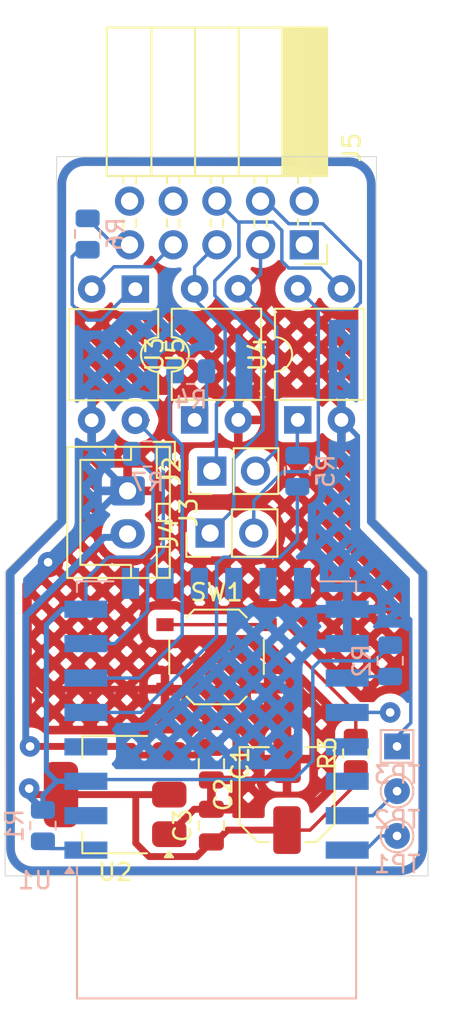
<source format=kicad_pcb>
(kicad_pcb (version 20241229) (generator "pcbnew") (generator_version "9.0")
  (layers (0 "F.Cu" signal) (2 "B.Cu" signal) (13 "F.Paste" user) (15 "B.Paste" user) (5 "F.SilkS" user "F.Silkscreen") (7 "B.SilkS" user "B.Silkscreen") (1 "F.Mask" user) (3 "B.Mask" user) (25 "Edge.Cuts" user))
  (net 0 "")
  (net 1 "VCC")
  (net 2 "GND")
  (net 3 "VDD")
  (net 4 "/TX")
  (net 5 "/RX")
  (net 6 "Net-(J4-Pin_1)")
  (net 8 "Net-(J5-Pin_7)")
  (net 10 "Net-(J4-Pin_2)")
  (net 11 "Net-(U1-~{RST})")
  (net 12 "Net-(U1-GPIO2)")
  (net 13 "/IO0")
  (net 14 "/PWR")
  (net 15 "Net-(R4-Pad2)")
  (net 16 "Net-(R5-Pad2)")
  (net 17 "/RST")
  (net 18 "Net-(R6-Pad1)")
  (net 29 "/PWR_ON")
  (net 32 "Net-(J5-Pin_9)")
  (net 33 "Net-(J2-Pin_2)")
  (net 34 "Net-(J2-Pin_1)")
  (footprint "Resistor_SMD:R_0805_2012Metric" (layer "F.Cu") (at 81.6 103.2 90)
    (property "Reference" "R3" (at 0 -1.65 90) (layer "F.SilkS"))
    (property "Value" "4.7k")
    (fp_line (start -0.227064 -0.735) (end 0.227064 -0.735) (stroke (width 0.12)) (layer "F.SilkS"))
    (fp_line (start -0.227064 0.735) (end 0.227064 0.735) (stroke (width 0.12)) (layer "F.SilkS"))
    (pad "1" smd roundrect (at -0.9125 0 90) (size 1.025 1.4) (layers "F.Cu" "F.Mask" "F.Paste") (roundrect_rratio 0.243902) (net 3 "VDD"))
    (pad "2" smd roundrect (at 0.9125 0 90) (size 1.025 1.4) (layers "F.Cu" "F.Mask" "F.Paste") (roundrect_rratio 0.243902) (net 13 "/IO0"))
  )
  (footprint "Package_TO_SOT_SMD:SOT-223-3_TabPin2" (layer "F.Cu") (at 67.6 105.6 180)
    (property "Reference" "U2" (at 0 -4.5 0) (layer "F.SilkS"))
    (property "Value" "AMS1117")
    (fp_line (start 1.91 3.41) (end 1.91 2.15) (stroke (width 0.12)) (layer "F.SilkS"))
    (fp_line (start 1.91 -3.41) (end 1.91 -2.15) (stroke (width 0.12)) (layer "F.SilkS"))
    (fp_line (start -1.85 3.41) (end 1.91 3.41) (stroke (width 0.12)) (layer "F.SilkS"))
    (fp_line (start -1.85 -3.41) (end 1.91 -3.41) (stroke (width 0.12)) (layer "F.SilkS"))
    (fp_poly (pts (xy -3.13 -3.31) (xy -3.37 -3.64) (xy -2.89 -3.64) (xy -3.13 -3.31)) (stroke (width 0.12)) (fill yes) (layer "F.SilkS"))
    (pad "1" smd roundrect (at -3.15 -2.3 180) (size 2 1.5) (layers "F.Cu" "F.Mask" "F.Paste") (net 2 "GND"))
    (pad "2" smd roundrect (at -3.15 0 180) (size 2 1.5) (layers "F.Cu" "F.Mask" "F.Paste") (net 3 "VDD"))
    (pad "2" smd roundrect (at 3.15 0 180) (size 2 3.8) (layers "F.Cu" "F.Mask" "F.Paste") (net 3 "VDD"))
    (pad "3" smd roundrect (at -3.15 2.3 180) (size 2 1.5) (layers "F.Cu" "F.Mask" "F.Paste") (net 1 "VCC"))
  )
  (footprint "Connector_JST:JST_XH_B2B-XH-A_1x02_P2.50mm_Vertical" (layer "F.Cu") (at 68.325 87.95 -90)
    (property "Reference" "J3" (at 1.25 -3.55 90) (layer "F.SilkS"))
    (property "Value" "Conn_01x02")
    (fp_line (start -2.56 3.51) (end 5.06 3.51) (stroke (width 0.12)) (layer "F.SilkS"))
    (fp_line (start 5.06 3.51) (end 5.06 -2.46) (stroke (width 0.12)) (layer "F.SilkS"))
    (fp_line (start -1.8 2.75) (end 1.25 2.75) (stroke (width 0.12)) (layer "F.SilkS"))
    (fp_line (start 4.3 2.75) (end 1.25 2.75) (stroke (width 0.12)) (layer "F.SilkS"))
    (fp_line (start -2.55 -0.2) (end -1.8 -0.2) (stroke (width 0.12)) (layer "F.SilkS"))
    (fp_line (start -1.8 -0.2) (end -1.8 2.75) (stroke (width 0.12)) (layer "F.SilkS"))
    (fp_line (start 4.3 -0.2) (end 4.3 2.75) (stroke (width 0.12)) (layer "F.SilkS"))
    (fp_line (start 5.05 -0.2) (end 4.3 -0.2) (stroke (width 0.12)) (layer "F.SilkS"))
    (fp_line (start -2.55 -1.7) (end -0.75 -1.7) (stroke (width 0.12)) (layer "F.SilkS"))
    (fp_line (start -0.75 -1.7) (end -0.75 -2.45) (stroke (width 0.12)) (layer "F.SilkS"))
    (fp_line (start 0.75 -1.7) (end 1.75 -1.7) (stroke (width 0.12)) (layer "F.SilkS"))
    (fp_line (start 1.75 -1.7) (end 1.75 -2.45) (stroke (width 0.12)) (layer "F.SilkS"))
    (fp_line (start 3.25 -1.7) (end 5.05 -1.7) (stroke (width 0.12)) (layer "F.SilkS"))
    (fp_line (start 5.05 -1.7) (end 5.05 -2.45) (stroke (width 0.12)) (layer "F.SilkS"))
    (fp_line (start -2.55 -2.45) (end -2.55 -1.7) (stroke (width 0.12)) (layer "F.SilkS"))
    (fp_line (start -0.75 -2.45) (end -2.55 -2.45) (stroke (width 0.12)) (layer "F.SilkS"))
    (fp_line (start 0.75 -2.45) (end 0.75 -1.7) (stroke (width 0.12)) (layer "F.SilkS"))
    (fp_line (start 1.75 -2.45) (end 0.75 -2.45) (stroke (width 0.12)) (layer "F.SilkS"))
    (fp_line (start 3.25 -2.45) (end 3.25 -1.7) (stroke (width 0.12)) (layer "F.SilkS"))
    (fp_line (start 5.05 -2.45) (end 3.25 -2.45) (stroke (width 0.12)) (layer "F.SilkS"))
    (fp_line (start -2.56 -2.46) (end -2.56 3.51) (stroke (width 0.12)) (layer "F.SilkS"))
    (fp_line (start 5.06 -2.46) (end -2.56 -2.46) (stroke (width 0.12)) (layer "F.SilkS"))
    (fp_line (start -2.85 -2.75) (end -2.85 -1.5) (stroke (width 0.12)) (layer "F.SilkS"))
    (fp_line (start -1.6 -2.75) (end -2.85 -2.75) (stroke (width 0.12)) (layer "F.SilkS"))
    (pad "1" thru_hole roundrect (at 0 0 270) (size 1.7 2) (drill 1) (layers "*.Cu" "*.Mask") (roundrect_rratio 0.147059) (net 2 "GND"))
    (pad "2" thru_hole oval (at 2.5 0 270) (size 1.7 2) (drill 1) (layers "*.Cu" "*.Mask") (net 1 "VCC"))
  )
  (footprint "Capacitor_SMD:C_Elec_5x5.4" (layer "F.Cu") (at 77.6 105.6 90)
    (property "Reference" "C2" (at 0 -3.7 90) (layer "F.SilkS"))
    (property "Value" "C_Polarized")
    (fp_line (start 2.76 -2.76) (end 2.76 -1.06) (stroke (width 0.12)) (layer "F.SilkS"))
    (fp_line (start -1.695563 -2.76) (end 2.76 -2.76) (stroke (width 0.12)) (layer "F.SilkS"))
    (fp_line (start -2.76 -1.695563) (end -1.695563 -2.76) (stroke (width 0.12)) (layer "F.SilkS"))
    (fp_line (start -2.76 -1.695563) (end -2.76 -1.06) (stroke (width 0.12)) (layer "F.SilkS"))
    (fp_line (start -2.76 1.695563) (end -2.76 1.06) (stroke (width 0.12)) (layer "F.SilkS"))
    (fp_line (start -2.76 1.695563) (end -1.695563 2.76) (stroke (width 0.12)) (layer "F.SilkS"))
    (fp_line (start 2.76 2.76) (end 2.76 1.06) (stroke (width 0.12)) (layer "F.SilkS"))
    (fp_line (start -1.695563 2.76) (end 2.76 2.76) (stroke (width 0.12)) (layer "F.SilkS"))
    (pad "1" smd roundrect (at -2.0625 0 90) (size 2.775 1.6) (layers "F.Cu" "F.Mask" "F.Paste") (roundrect_rratio 0.15625) (net 3 "VDD"))
    (pad "2" smd roundrect (at 2.0625 0 90) (size 2.775 1.6) (layers "F.Cu" "F.Mask" "F.Paste") (roundrect_rratio 0.15625) (net 2 "GND"))
  )
  (footprint "Connector_PinSocket_2.54mm:PinSocket_2x05_P2.54mm_Horizontal" (layer "F.Cu") (at 78.6 73.65 -90)
    (property "Reference" "J5" (at -5.65 -2.77 90) (layer "F.SilkS"))
    (property "Value" "Conn_02x05_Odd_Even")
    (fp_line (start -12.63 11.49) (end -4 11.49) (stroke (width 0.12)) (layer "F.SilkS"))
    (fp_line (start -4 10.52) (end -3.59 10.52) (stroke (width 0.12)) (layer "F.SilkS"))
    (fp_line (start -1.49 10.52) (end -1.05 10.52) (stroke (width 0.12)) (layer "F.SilkS"))
    (fp_line (start -4 9.8) (end -3.59 9.8) (stroke (width 0.12)) (layer "F.SilkS"))
    (fp_line (start -1.49 9.8) (end -1.05 9.8) (stroke (width 0.12)) (layer "F.SilkS"))
    (fp_line (start -12.63 8.89) (end -4 8.89) (stroke (width 0.12)) (layer "F.SilkS"))
    (fp_line (start -4 7.98) (end -3.59 7.98) (stroke (width 0.12)) (layer "F.SilkS"))
    (fp_line (start -1.49 7.98) (end -1.05 7.98) (stroke (width 0.12)) (layer "F.SilkS"))
    (fp_line (start -4 7.26) (end -3.59 7.26) (stroke (width 0.12)) (layer "F.SilkS"))
    (fp_line (start -1.49 7.26) (end -1.05 7.26) (stroke (width 0.12)) (layer "F.SilkS"))
    (fp_line (start -12.63 6.35) (end -4 6.35) (stroke (width 0.12)) (layer "F.SilkS"))
    (fp_line (start -4 5.44) (end -3.59 5.44) (stroke (width 0.12)) (layer "F.SilkS"))
    (fp_line (start -1.49 5.44) (end -1.05 5.44) (stroke (width 0.12)) (layer "F.SilkS"))
    (fp_line (start -4 4.72) (end -3.59 4.72) (stroke (width 0.12)) (layer "F.SilkS"))
    (fp_line (start -1.49 4.72) (end -1.05 4.72) (stroke (width 0.12)) (layer "F.SilkS"))
    (fp_line (start -12.63 3.81) (end -4 3.81) (stroke (width 0.12)) (layer "F.SilkS"))
    (fp_line (start -4 2.9) (end -3.59 2.9) (stroke (width 0.12)) (layer "F.SilkS"))
    (fp_line (start -1.49 2.9) (end -1.05 2.9) (stroke (width 0.12)) (layer "F.SilkS"))
    (fp_line (start -4 2.18) (end -3.59 2.18) (stroke (width 0.12)) (layer "F.SilkS"))
    (fp_line (start -1.49 2.18) (end -1.05 2.18) (stroke (width 0.12)) (layer "F.SilkS"))
    (fp_line (start -12.63 1.27) (end -4 1.27) (stroke (width 0.12)) (layer "F.SilkS"))
    (fp_line (start -12.63 1.1519) (end -4 1.1519) (stroke (width 0.12)) (layer "F.SilkS"))
    (fp_line (start -12.63 1.033805) (end -4 1.033805) (stroke (width 0.12)) (layer "F.SilkS"))
    (fp_line (start -12.63 0.91571) (end -4 0.91571) (stroke (width 0.12)) (layer "F.SilkS"))
    (fp_line (start -12.63 0.797615) (end -4 0.797615) (stroke (width 0.12)) (layer "F.SilkS"))
    (fp_line (start -12.63 0.67952) (end -4 0.67952) (stroke (width 0.12)) (layer "F.SilkS"))
    (fp_line (start -12.63 0.561425) (end -4 0.561425) (stroke (width 0.12)) (layer "F.SilkS"))
    (fp_line (start -12.63 0.44333) (end -4 0.44333) (stroke (width 0.12)) (layer "F.SilkS"))
    (fp_line (start -4 0.36) (end -3.59 0.36) (stroke (width 0.12)) (layer "F.SilkS"))
    (fp_line (start -1.49 0.36) (end -1.11 0.36) (stroke (width 0.12)) (layer "F.SilkS"))
    (fp_line (start -12.63 0.325235) (end -4 0.325235) (stroke (width 0.12)) (layer "F.SilkS"))
    (fp_line (start -12.63 0.20714) (end -4 0.20714) (stroke (width 0.12)) (layer "F.SilkS"))
    (fp_line (start -12.63 0.089045) (end -4 0.089045) (stroke (width 0.12)) (layer "F.SilkS"))
    (fp_line (start -12.63 -0.02905) (end -4 -0.02905) (stroke (width 0.12)) (layer "F.SilkS"))
    (fp_line (start -12.63 -0.147145) (end -4 -0.147145) (stroke (width 0.12)) (layer "F.SilkS"))
    (fp_line (start -12.63 -0.26524) (end -4 -0.26524) (stroke (width 0.12)) (layer "F.SilkS"))
    (fp_line (start -4 -0.36) (end -3.59 -0.36) (stroke (width 0.12)) (layer "F.SilkS"))
    (fp_line (start -1.49 -0.36) (end -1.11 -0.36) (stroke (width 0.12)) (layer "F.SilkS"))
    (fp_line (start -12.63 -0.383335) (end -4 -0.383335) (stroke (width 0.12)) (layer "F.SilkS"))
    (fp_line (start -12.63 -0.50143) (end -4 -0.50143) (stroke (width 0.12)) (layer "F.SilkS"))
    (fp_line (start -12.63 -0.619525) (end -4 -0.619525) (stroke (width 0.12)) (layer "F.SilkS"))
    (fp_line (start -12.63 -0.73762) (end -4 -0.73762) (stroke (width 0.12)) (layer "F.SilkS"))
    (fp_line (start -12.63 -0.855715) (end -4 -0.855715) (stroke (width 0.12)) (layer "F.SilkS"))
    (fp_line (start -12.63 -0.97381) (end -4 -0.97381) (stroke (width 0.12)) (layer "F.SilkS"))
    (fp_line (start -12.63 -1.091905) (end -4 -1.091905) (stroke (width 0.12)) (layer "F.SilkS"))
    (fp_line (start -12.63 -1.21) (end -4 -1.21) (stroke (width 0.12)) (layer "F.SilkS"))
    (fp_line (start -12.63 -1.33) (end -12.63 11.49) (stroke (width 0.12)) (layer "F.SilkS"))
    (fp_line (start -12.63 -1.33) (end -4 -1.33) (stroke (width 0.12)) (layer "F.SilkS"))
    (fp_line (start -4 -1.33) (end -4 11.49) (stroke (width 0.12)) (layer "F.SilkS"))
    (fp_line (start 0 -1.33) (end 1.11 -1.33) (stroke (width 0.12)) (layer "F.SilkS"))
    (fp_line (start 1.11 -1.33) (end 1.11 0) (stroke (width 0.12)) (layer "F.SilkS"))
    (pad "1" thru_hole rect (at 0 0 270) (size 1.7 1.7) (drill 1) (layers "*.Cu" "*.Mask"))
    (pad "2" thru_hole oval (at -2.54 0 270) (size 1.7 1.7) (drill 1) (layers "*.Cu" "*.Mask"))
    (pad "3" thru_hole oval (at 0 2.54 270) (size 1.7 1.7) (drill 1) (layers "*.Cu" "*.Mask") (net 33 "Net-(J2-Pin_2)"))
    (pad "4" thru_hole oval (at -2.54 2.54 270) (size 1.7 1.7) (drill 1) (layers "*.Cu" "*.Mask") (net 10 "Net-(J4-Pin_2)"))
    (pad "5" thru_hole oval (at 0 5.08 270) (size 1.7 1.7) (drill 1) (layers "*.Cu" "*.Mask") (net 34 "Net-(J2-Pin_1)"))
    (pad "6" thru_hole oval (at -2.54 5.08 270) (size 1.7 1.7) (drill 1) (layers "*.Cu" "*.Mask") (net 6 "Net-(J4-Pin_1)"))
    (pad "7" thru_hole oval (at 0 7.62 270) (size 1.7 1.7) (drill 1) (layers "*.Cu" "*.Mask") (net 8 "Net-(J5-Pin_7)"))
    (pad "8" thru_hole oval (at -2.54 7.62 270) (size 1.7 1.7) (drill 1) (layers "*.Cu" "*.Mask"))
    (pad "9" thru_hole oval (at 0 10.16 270) (size 1.7 1.7) (drill 1) (layers "*.Cu" "*.Mask") (net 32 "Net-(J5-Pin_9)"))
    (pad "10" thru_hole oval (at -2.54 10.16 270) (size 1.7 1.7) (drill 1) (layers "*.Cu" "*.Mask"))
  )
  (footprint "Capacitor_SMD:C_0805_2012Metric" (layer "F.Cu") (at 73.2 107.4 90)
    (property "Reference" "C3" (at 0 -1.68 90) (layer "F.SilkS"))
    (property "Value" "100n")
    (fp_line (start -0.261252 -0.735) (end 0.261252 -0.735) (stroke (width 0.12)) (layer "F.SilkS"))
    (fp_line (start -0.261252 0.735) (end 0.261252 0.735) (stroke (width 0.12)) (layer "F.SilkS"))
    (pad "1" smd roundrect (at -0.95 0 90) (size 1 1.45) (layers "F.Cu" "F.Mask" "F.Paste") (net 3 "VDD"))
    (pad "2" smd roundrect (at 0.95 0 90) (size 1 1.45) (layers "F.Cu" "F.Mask" "F.Paste") (net 2 "GND"))
  )
  (footprint "Package_DIP:DIP-4_W7.62mm" (layer "F.Cu") (at 72.225 83.825 90)
    (property "Reference" "U3" (at 3.81 -2.33 90) (layer "F.SilkS"))
    (property "Value" "PC817")
    (fp_line (start 6.46 -1.33) (end 4.81 -1.33) (stroke (width 0.12)) (layer "F.SilkS"))
    (fp_line (start 2.81 -1.33) (end 1.16 -1.33) (stroke (width 0.12)) (layer "F.SilkS"))
    (fp_line (start 1.16 -1.33) (end 1.16 3.87) (stroke (width 0.12)) (layer "F.SilkS"))
    (fp_line (start 6.46 3.87) (end 6.46 -1.33) (stroke (width 0.12)) (layer "F.SilkS"))
    (fp_line (start 1.16 3.87) (end 6.46 3.87) (stroke (width 0.12)) (layer "F.SilkS"))
    (fp_arc (start 4.81 -1.33) (mid 3.81 -0.33) (end 2.81 -1.33) (stroke (width 0.12)) (layer "F.SilkS"))
    (pad "1" thru_hole rect (at 0 0 90) (size 1.6 1.6) (drill 0.8) (layers "*.Cu" "*.Mask") (net 15 "Net-(R4-Pad2)"))
    (pad "2" thru_hole oval (at 0 2.54 90) (size 1.6 1.6) (drill 0.8) (layers "*.Cu" "*.Mask") (net 2 "GND"))
    (pad "3" thru_hole oval (at 7.62 2.54 90) (size 1.6 1.6) (drill 0.8) (layers "*.Cu" "*.Mask") (net 33 "Net-(J2-Pin_2)"))
    (pad "4" thru_hole oval (at 7.62 0 90) (size 1.6 1.6) (drill 0.8) (layers "*.Cu" "*.Mask") (net 34 "Net-(J2-Pin_1)"))
  )
  (footprint "Package_DIP:DIP-4_W7.62mm" (layer "F.Cu") (at 78.225 83.825 90)
    (property "Reference" "U4" (at 3.81 -2.33 90) (layer "F.SilkS"))
    (property "Value" "PC817")
    (fp_line (start 6.46 -1.33) (end 4.81 -1.33) (stroke (width 0.12)) (layer "F.SilkS"))
    (fp_line (start 2.81 -1.33) (end 1.16 -1.33) (stroke (width 0.12)) (layer "F.SilkS"))
    (fp_line (start 1.16 -1.33) (end 1.16 3.87) (stroke (width 0.12)) (layer "F.SilkS"))
    (fp_line (start 6.46 3.87) (end 6.46 -1.33) (stroke (width 0.12)) (layer "F.SilkS"))
    (fp_line (start 1.16 3.87) (end 6.46 3.87) (stroke (width 0.12)) (layer "F.SilkS"))
    (fp_arc (start 4.81 -1.33) (mid 3.81 -0.33) (end 2.81 -1.33) (stroke (width 0.12)) (layer "F.SilkS"))
    (pad "1" thru_hole rect (at 0 0 90) (size 1.6 1.6) (drill 0.8) (layers "*.Cu" "*.Mask") (net 16 "Net-(R5-Pad2)"))
    (pad "2" thru_hole oval (at 0 2.54 90) (size 1.6 1.6) (drill 0.8) (layers "*.Cu" "*.Mask") (net 2 "GND"))
    (pad "3" thru_hole oval (at 7.62 2.54 90) (size 1.6 1.6) (drill 0.8) (layers "*.Cu" "*.Mask") (net 6 "Net-(J4-Pin_1)"))
    (pad "4" thru_hole oval (at 7.62 0 90) (size 1.6 1.6) (drill 0.8) (layers "*.Cu" "*.Mask") (net 10 "Net-(J4-Pin_2)"))
  )
  (footprint "Connector_PinHeader_2.54mm:PinHeader_1x02_P2.54mm_Vertical" (layer "F.Cu") (at 73.125 90.4 90)
    (property "Reference" "J4" (at 0 -2.38 90) (layer "F.SilkS"))
    (property "Value" "Conn_01x02")
    (fp_line (start -1.38 -1.38) (end 0 -1.38) (stroke (width 0.12)) (layer "F.SilkS"))
    (fp_line (start -1.38 0) (end -1.38 -1.38) (stroke (width 0.12)) (layer "F.SilkS"))
    (fp_line (start 1.38 1.27) (end 1.38 3.92) (stroke (width 0.12)) (layer "F.SilkS"))
    (fp_line (start -1.38 1.27) (end 1.38 1.27) (stroke (width 0.12)) (layer "F.SilkS"))
    (fp_line (start -1.38 1.27) (end -1.38 3.92) (stroke (width 0.12)) (layer "F.SilkS"))
    (fp_line (start -1.38 3.92) (end 1.38 3.92) (stroke (width 0.12)) (layer "F.SilkS"))
    (pad "1" thru_hole rect (at 0 0 90) (size 1.7 1.7) (drill 1) (layers "*.Cu" "*.Mask") (net 6 "Net-(J4-Pin_1)"))
    (pad "2" thru_hole circle (at 0 2.54 90) (size 1.7 1.7) (drill 1) (layers "*.Cu" "*.Mask") (net 10 "Net-(J4-Pin_2)"))
  )
  (footprint "Package_DIP:DIP-4_W7.62mm" (layer "F.Cu") (at 68.775 76.225 -90)
    (property "Reference" "U5" (at 3.81 -2.33 90) (layer "F.SilkS"))
    (property "Value" "PC817")
    (fp_line (start 1.16 3.87) (end 6.46 3.87) (stroke (width 0.12)) (layer "F.SilkS"))
    (fp_line (start 6.46 3.87) (end 6.46 -1.33) (stroke (width 0.12)) (layer "F.SilkS"))
    (fp_line (start 1.16 -1.33) (end 1.16 3.87) (stroke (width 0.12)) (layer "F.SilkS"))
    (fp_line (start 2.81 -1.33) (end 1.16 -1.33) (stroke (width 0.12)) (layer "F.SilkS"))
    (fp_line (start 6.46 -1.33) (end 4.81 -1.33) (stroke (width 0.12)) (layer "F.SilkS"))
    (fp_arc (start 4.81 -1.33) (mid 3.81 -0.33) (end 2.81 -1.33) (stroke (width 0.12)) (layer "F.SilkS"))
    (pad "1" thru_hole rect (at 0 0 270) (size 1.6 1.6) (drill 0.8) (layers "*.Cu" "*.Mask") (net 18 "Net-(R6-Pad1)"))
    (pad "2" thru_hole oval (at 0 2.54 270) (size 1.6 1.6) (drill 0.8) (layers "*.Cu" "*.Mask") (net 8 "Net-(J5-Pin_7)"))
    (pad "3" thru_hole oval (at 7.62 2.54 270) (size 1.6 1.6) (drill 0.8) (layers "*.Cu" "*.Mask") (net 2 "GND"))
    (pad "4" thru_hole oval (at 7.62 0 270) (size 1.6 1.6) (drill 0.8) (layers "*.Cu" "*.Mask") (net 29 "/PWR_ON"))
  )
  (footprint "Connector_PinHeader_2.54mm:PinHeader_1x02_P2.54mm_Vertical" (layer "F.Cu") (at 73.225 86.8 90)
    (property "Reference" "J2" (at 0 -2.33 90) (layer "F.SilkS"))
    (property "Value" "Conn_01x02")
    (fp_line (start -1.33 -1.33) (end 0 -1.33) (stroke (width 0.12)) (layer "F.SilkS"))
    (fp_line (start -1.33 0) (end -1.33 -1.33) (stroke (width 0.12)) (layer "F.SilkS"))
    (fp_line (start 1.33 1.27) (end 1.33 3.87) (stroke (width 0.12)) (layer "F.SilkS"))
    (fp_line (start -1.33 1.27) (end 1.33 1.27) (stroke (width 0.12)) (layer "F.SilkS"))
    (fp_line (start -1.33 1.27) (end -1.33 3.87) (stroke (width 0.12)) (layer "F.SilkS"))
    (fp_line (start -1.33 3.87) (end 1.33 3.87) (stroke (width 0.12)) (layer "F.SilkS"))
    (pad "1" thru_hole rect (at 0 0 90) (size 1.7 1.7) (drill 1) (layers "*.Cu" "*.Mask") (net 34 "Net-(J2-Pin_1)"))
    (pad "2" thru_hole oval (at 0 2.54 90) (size 1.7 1.7) (drill 1) (layers "*.Cu" "*.Mask") (net 33 "Net-(J2-Pin_2)"))
  )
  (footprint "Capacitor_SMD:C_0805_2012Metric" (layer "F.Cu") (at 73.2 103.8 -90)
    (property "Reference" "C1" (at 0 -1.68 90) (layer "F.SilkS"))
    (property "Value" "100n")
    (fp_line (start -0.261252 0.735) (end 0.261252 0.735) (stroke (width 0.12)) (layer "F.SilkS"))
    (fp_line (start -0.261252 -0.735) (end 0.261252 -0.735) (stroke (width 0.12)) (layer "F.SilkS"))
    (pad "1" smd roundrect (at -0.95 0 270) (size 1 1.45) (layers "F.Cu" "F.Mask" "F.Paste") (net 1 "VCC"))
    (pad "2" smd roundrect (at 0.95 0 270) (size 1 1.45) (layers "F.Cu" "F.Mask" "F.Paste") (net 2 "GND"))
  )
  (footprint "Button_Switch_SMD:SW_Push_1P1T_XKB_TS-1187A" (layer "F.Cu") (at 73.5 97.6)
    (property "Reference" "SW1" (at 0 -3.75 0) (layer "F.SilkS"))
    (property "Value" "SW_Push")
    (fp_line (start -2.75 -1) (end -2.75 1) (stroke (width 0.12)) (layer "F.SilkS"))
    (fp_line (start -1.75 -2.3) (end -1.3 -2.75) (stroke (width 0.12)) (layer "F.SilkS"))
    (fp_line (start -1.75 2.3) (end -1.3 2.75) (stroke (width 0.12)) (layer "F.SilkS"))
    (fp_line (start -1.3 -2.75) (end 1.3 -2.75) (stroke (width 0.12)) (layer "F.SilkS"))
    (fp_line (start -1.3 2.75) (end 1.3 2.75) (stroke (width 0.12)) (layer "F.SilkS"))
    (fp_line (start 1.75 -2.3) (end 1.3 -2.75) (stroke (width 0.12)) (layer "F.SilkS"))
    (fp_line (start 1.75 2.3) (end 1.3 2.75) (stroke (width 0.12)) (layer "F.SilkS"))
    (fp_line (start 2.75 -1) (end 2.75 1) (stroke (width 0.12)) (layer "F.SilkS"))
    (pad "1" smd rect (at -3 -1.875) (size 1 0.75) (layers "F.Cu" "F.Mask" "F.Paste") (net 13 "/IO0"))
    (pad "1" smd rect (at 3 -1.875) (size 1 0.75) (layers "F.Cu" "F.Mask" "F.Paste") (net 13 "/IO0"))
    (pad "2" smd rect (at -3 1.875) (size 1 0.75) (layers "F.Cu" "F.Mask" "F.Paste") (net 2 "GND"))
    (pad "2" smd rect (at 3 1.875) (size 1 0.75) (layers "F.Cu" "F.Mask" "F.Paste") (net 2 "GND"))
  )
  (footprint "Resistor_SMD:R_0805_2012Metric" (layer "B.Cu") (at 83.6 97.825 -90)
    (property "Reference" "R2" (at 0 1.65 90) (layer "B.SilkS") (effects (justify mirror)))
    (property "Value" "4.7k")
    (fp_line (start 0.227064 0.735) (end -0.227064 0.735) (stroke (width 0.12)) (layer "B.SilkS"))
    (fp_line (start 0.227064 -0.735) (end -0.227064 -0.735) (stroke (width 0.12)) (layer "B.SilkS"))
    (pad "1" smd roundrect (at -0.9125 0 270) (size 1.025 1.4) (layers "B.Cu" "B.Mask" "B.Paste") (roundrect_rratio 0.243902) (net 3 "VDD"))
    (pad "2" smd roundrect (at 0.9125 0 270) (size 1.025 1.4) (layers "B.Cu" "B.Mask" "B.Paste") (roundrect_rratio 0.243902) (net 12 "Net-(U1-GPIO2)"))
  )
  (footprint "" (layer "B.Cu") (at 84 105.4 180)
    (property "Reference" "" (at 0 0 0) (layer "B.SilkS") (effects (font (size 1.27 1.27)) (justify mirror)))
    (property "Value" "")
    (pad "1" smd circle (at 0 0 180) (size 1.5 1.5) (layers "F.Cu" "F.Mask") (net 5 "/RX"))
  )
  (footprint "Resistor_SMD:R_0805_2012Metric" (layer "B.Cu") (at 69.4875 85.8)
    (property "Reference" "R7" (at 0 1.65 0) (layer "B.SilkS") (effects (justify mirror)))
    (property "Value" "10k")
    (fp_line (start 0.227064 -0.735) (end -0.227064 -0.735) (stroke (width 0.12)) (layer "B.SilkS"))
    (fp_line (start 0.227064 0.735) (end -0.227064 0.735) (stroke (width 0.12)) (layer "B.SilkS"))
    (pad "1" smd roundrect (at -0.9125 0) (size 1.025 1.4) (layers "B.Cu" "B.Mask" "B.Paste") (roundrect_rratio 0.243902) (net 3 "VDD"))
    (pad "2" smd roundrect (at 0.9125 0) (size 1.025 1.4) (layers "B.Cu" "B.Mask" "B.Paste") (roundrect_rratio 0.243902) (net 29 "/PWR_ON"))
  )
  (footprint "TestPoint:TestPoint_Pad_1.5x1.5mm" (layer "B.Cu") (at 84 102.8)
    (property "Reference" "TP3" (at 0 1.648 180) (layer "B.SilkS") (effects (justify mirror)))
    (property "Value" "TestPoint")
    (fp_line (start -0.95 -0.95) (end -0.95 0.95) (stroke (width 0.12)) (layer "B.SilkS"))
    (fp_line (start -0.95 0.95) (end 0.95 0.95) (stroke (width 0.12)) (layer "B.SilkS"))
    (fp_line (start 0.95 -0.95) (end -0.95 -0.95) (stroke (width 0.12)) (layer "B.SilkS"))
    (fp_line (start 0.95 0.95) (end 0.95 -0.95) (stroke (width 0.12)) (layer "B.SilkS"))
    (pad "1" smd rect (at 0 0) (size 1.5 1.5) (layers "B.Cu" "B.Mask") (net 2 "GND"))
  )
  (footprint "" (layer "B.Cu") (at 84 108 180)
    (property "Reference" "" (at 0 0 0) (layer "B.SilkS") (effects (font (size 1.27 1.27)) (justify mirror)))
    (property "Value" "")
    (pad "1" smd circle (at 0 0 180) (size 1.5 1.5) (layers "F.Cu" "F.Mask") (net 4 "/TX"))
  )
  (footprint "Resistor_SMD:R_0805_2012Metric" (layer "B.Cu") (at 78.2 86.8 90)
    (property "Reference" "R5" (at 0 1.65 90) (layer "B.SilkS") (effects (justify mirror)))
    (property "Value" "1k")
    (fp_line (start 0.227064 -0.735) (end -0.227064 -0.735) (stroke (width 0.12)) (layer "B.SilkS"))
    (fp_line (start 0.227064 0.735) (end -0.227064 0.735) (stroke (width 0.12)) (layer "B.SilkS"))
    (pad "1" smd roundrect (at -0.9125 0 90) (size 1.025 1.4) (layers "B.Cu" "B.Mask" "B.Paste") (roundrect_rratio 0.243902) (net 17 "/RST"))
    (pad "2" smd roundrect (at 0.9125 0 90) (size 1.025 1.4) (layers "B.Cu" "B.Mask" "B.Paste") (roundrect_rratio 0.243902) (net 16 "Net-(R5-Pad2)"))
  )
  (footprint "Resistor_SMD:R_0805_2012Metric" (layer "B.Cu") (at 66 73.025 90)
    (property "Reference" "R6" (at 0 1.65 90) (layer "B.SilkS") (effects (justify mirror)))
    (property "Value" "1k")
    (fp_line (start 0.227064 -0.735) (end -0.227064 -0.735) (stroke (width 0.12)) (layer "B.SilkS"))
    (fp_line (start 0.227064 0.735) (end -0.227064 0.735) (stroke (width 0.12)) (layer "B.SilkS"))
    (pad "1" smd roundrect (at -0.9125 0 90) (size 1.025 1.4) (layers "B.Cu" "B.Mask" "B.Paste") (roundrect_rratio 0.243902) (net 18 "Net-(R6-Pad1)"))
    (pad "2" smd roundrect (at 0.9125 0 90) (size 1.025 1.4) (layers "B.Cu" "B.Mask" "B.Paste") (roundrect_rratio 0.243902) (net 32 "Net-(J5-Pin_9)"))
  )
  (footprint "Resistor_SMD:R_0805_2012Metric" (layer "B.Cu") (at 72 81)
    (property "Reference" "R4" (at 0 1.65 0) (layer "B.SilkS") (effects (justify mirror)))
    (property "Value" "1k")
    (fp_line (start 0.227064 -0.735) (end -0.227064 -0.735) (stroke (width 0.12)) (layer "B.SilkS"))
    (fp_line (start 0.227064 0.735) (end -0.227064 0.735) (stroke (width 0.12)) (layer "B.SilkS"))
    (pad "1" smd roundrect (at -0.9125 0) (size 1.025 1.4) (layers "B.Cu" "B.Mask" "B.Paste") (roundrect_rratio 0.243902) (net 14 "/PWR"))
    (pad "2" smd roundrect (at 0.9125 0) (size 1.025 1.4) (layers "B.Cu" "B.Mask" "B.Paste") (roundrect_rratio 0.243902) (net 15 "Net-(R4-Pad2)"))
  )
  (footprint "TestPoint:TestPoint_Pad_D1.5mm" (layer "B.Cu") (at 84 105.4)
    (property "Reference" "TP2" (at 0 1.648 180) (layer "B.SilkS") (effects (justify mirror)))
    (property "Value" "TestPoint")
    (fp_circle (center 0 0) (end 0 -0.95) (stroke (width 0.12)) (fill no) (layer "B.SilkS"))
    (pad "1" smd circle (at 0 0) (size 1.5 1.5) (layers "B.Cu" "B.Mask") (net 5 "/RX"))
  )
  (footprint "Resistor_SMD:R_0805_2012Metric" (layer "B.Cu") (at 63.4 107.4 -90)
    (property "Reference" "R1" (at 0 1.65 90) (layer "B.SilkS") (effects (justify mirror)))
    (property "Value" "4.7k")
    (fp_line (start 0.227064 0.735) (end -0.227064 0.735) (stroke (width 0.12)) (layer "B.SilkS"))
    (fp_line (start 0.227064 -0.735) (end -0.227064 -0.735) (stroke (width 0.12)) (layer "B.SilkS"))
    (pad "1" smd roundrect (at -0.9125 0 270) (size 1.025 1.4) (layers "B.Cu" "B.Mask" "B.Paste") (roundrect_rratio 0.243902) (net 3 "VDD"))
    (pad "2" smd roundrect (at 0.9125 0 270) (size 1.025 1.4) (layers "B.Cu" "B.Mask" "B.Paste") (roundrect_rratio 0.243902) (net 11 "Net-(U1-~{RST})"))
  )
  (footprint "RF_Module:ESP-12E" (layer "B.Cu") (at 73.5 105.325)
    (property "Reference" "U1" (at -10.56 5.26 0) (layer "B.SilkS") (effects (justify mirror)))
    (property "Value" "ESP-12F")
    (fp_line (start -8.12 -12.12) (end -6 -12.12) (stroke (width 0.12)) (layer "B.SilkS"))
    (fp_line (start -8.12 -11.5) (end -8.12 -12.12) (stroke (width 0.12)) (layer "B.SilkS"))
    (fp_line (start -8.12 12.12) (end -8.12 4.5) (stroke (width 0.12)) (layer "B.SilkS"))
    (fp_line (start 6 -12.12) (end 8.12 -12.12) (stroke (width 0.12)) (layer "B.SilkS"))
    (fp_line (start 8.12 -12.12) (end 8.12 -11.5) (stroke (width 0.12)) (layer "B.SilkS"))
    (fp_line (start 8.12 4.5) (end 8.12 12.12) (stroke (width 0.12)) (layer "B.SilkS"))
    (fp_line (start 8.12 12.12) (end -8.12 12.12) (stroke (width 0.12)) (layer "B.SilkS"))
    (fp_poly (pts (xy -8.55 4.5) (xy -8.79 4.836) (xy -8.31 4.836) (xy -8.55 4.5)) (stroke (width 0.12)) (fill yes) (layer "B.SilkS"))
    (pad "1" smd rect (at -7.6 3.5) (size 2.5 1) (layers "B.Cu" "B.Mask" "B.Paste") (net 11 "Net-(U1-~{RST})"))
    (pad "2" smd rect (at -7.6 1.5) (size 2.5 1) (layers "B.Cu" "B.Mask" "B.Paste"))
    (pad "3" smd rect (at -7.6 -0.5) (size 2.5 1) (layers "B.Cu" "B.Mask" "B.Paste") (net 3 "VDD"))
    (pad "4" smd rect (at -7.6 -2.5) (size 2.5 1) (layers "B.Cu" "B.Mask" "B.Paste"))
    (pad "5" smd rect (at -7.6 -4.5) (size 2.5 1) (layers "B.Cu" "B.Mask" "B.Paste") (net 17 "/RST"))
    (pad "6" smd rect (at -7.6 -6.5) (size 2.5 1) (layers "B.Cu" "B.Mask" "B.Paste") (net 14 "/PWR"))
    (pad "7" smd rect (at -7.6 -8.5) (size 2.5 1) (layers "B.Cu" "B.Mask" "B.Paste") (net 29 "/PWR_ON"))
    (pad "8" smd rect (at -7.6 -10.5) (size 2.5 1) (layers "B.Cu" "B.Mask" "B.Paste") (net 3 "VDD"))
    (pad "9" smd rect (at -5 -12) (size 1 1.8) (layers "B.Cu"))
    (pad "10" smd rect (at -3 -12) (size 1 1.8) (layers "B.Cu"))
    (pad "11" smd rect (at -1 -12) (size 1 1.8) (layers "B.Cu"))
    (pad "12" smd rect (at 1 -12) (size 1 1.8) (layers "B.Cu"))
    (pad "13" smd rect (at 3 -12) (size 1 1.8) (layers "B.Cu"))
    (pad "14" smd rect (at 5 -12) (size 1 1.8) (layers "B.Cu"))
    (pad "15" smd rect (at 7.6 -10.5) (size 2.5 1) (layers "B.Cu" "B.Mask" "B.Paste") (net 2 "GND"))
    (pad "16" smd rect (at 7.6 -8.5) (size 2.5 1) (layers "B.Cu" "B.Mask" "B.Paste") (net 2 "GND"))
    (pad "17" smd rect (at 7.6 -6.5) (size 2.5 1) (layers "B.Cu" "B.Mask" "B.Paste") (net 12 "Net-(U1-GPIO2)"))
    (pad "18" smd rect (at 7.6 -4.5) (size 2.5 1) (layers "B.Cu" "B.Mask" "B.Paste") (net 13 "/IO0"))
    (pad "19" smd rect (at 7.6 -2.5) (size 2.5 1) (layers "B.Cu" "B.Mask" "B.Paste"))
    (pad "20" smd rect (at 7.6 -0.5) (size 2.5 1) (layers "B.Cu" "B.Mask" "B.Paste"))
    (pad "21" smd rect (at 7.6 1.5) (size 2.5 1) (layers "B.Cu" "B.Mask" "B.Paste") (net 5 "/RX"))
    (pad "22" smd rect (at 7.6 3.5) (size 2.5 1) (layers "B.Cu" "B.Mask" "B.Paste") (net 4 "/TX"))
    (zone (net 0) (net_name "") (layers "F.Cu" "B.Cu") (connect_pads (clearance 0)) (min_thickness 0.254)
      (keepout (tracks not_allowed) (vias not_allowed) (pads not_allowed) (copperpour not_allowed) (footprints not_allowed))
      (fill (thermal_gap 0.508) (thermal_bridge_width 0.508))
      (polygon (pts (xy 65.38 110.125) (xy 81.62 110.125) (xy 81.62 117.445) (xy 65.38 117.445)))
    )
  )
  (footprint "" (layer "B.Cu") (at 84 102.8 180)
    (property "Reference" "" (at 0 0 0) (layer "B.SilkS") (effects (font (size 1.27 1.27)) (justify mirror)))
    (property "Value" "")
    (pad "1" smd rect (at 0 0 180) (size 1.5 1.5) (layers "F.Cu" "F.Mask") (net 2 "GND"))
  )
  (footprint "TestPoint:TestPoint_Pad_D1.5mm" (layer "B.Cu") (at 84 108)
    (property "Reference" "TP1" (at 0 1.648 180) (layer "B.SilkS") (effects (justify mirror)))
    (property "Value" "TestPoint")
    (fp_circle (center 0 0) (end 0 -0.95) (stroke (width 0.12)) (fill no) (layer "B.SilkS"))
    (pad "1" smd circle (at 0 0) (size 1.5 1.5) (layers "B.Cu" "B.Mask") (net 4 "/TX"))
  )
  (gr_line (start 82.5 89.725) (end 85.5 92.725) (stroke (width 0.5)) (layer "F.Cu") (net 1))
  (gr_line (start 65.825018 68.815735) (end 81.1881 68.824998) (stroke (width 0.5)) (layer "F.Cu") (net 1))
  (gr_arc (start 85.5 108.7) (mid 85.111916 109.636916) (end 84.175 110.025) (stroke (width 0.5)) (layer "F.Cu") (net 1))
  (gr_arc (start 81.188084 68.824987) (mid 82.115749 69.20924) (end 82.5 70.136905) (stroke (width 0.5)) (layer "F.Cu") (net 1))
  (gr_line (start 82.500001 70.136916) (end 82.5 89.725) (stroke (width 0.5)) (layer "F.Cu") (net 1))
  (gr_line (start 61.5131 108.712139) (end 61.499149 92.725) (stroke (width 0.5)) (layer "F.Cu") (net 1))
  (gr_arc (start 64.500041 70.127665) (mid 64.884294 69.2) (end 65.811959 68.815749) (stroke (width 0.5)) (layer "F.Cu") (net 1))
  (gr_arc (start 62.825 110.024994) (mid 61.897335 109.640741) (end 61.513084 108.713076) (stroke (width 0.5)) (layer "F.Cu") (net 1))
  (gr_line (start 85.5 92.725) (end 85.5 108.7) (stroke (width 0.5)) (layer "F.Cu") (net 1))
  (gr_line (start 64.5 70.127665) (end 64.5 89.725) (stroke (width 0.5)) (layer "F.Cu") (net 1))
  (gr_line (start 64.5 89.725) (end 61.5 92.725) (stroke (width 0.5)) (layer "F.Cu") (net 1))
  (gr_line (start 84.175 110.025) (end 62.825 110.025) (stroke (width 0.5)) (layer "F.Cu") (net 1))
  (gr_line (start 82.5 89.725) (end 85.5 92.725) (stroke (width 0.5)) (layer "F.Cu") (net 1))
  (gr_line (start 64.5 89.725) (end 61.5 92.725) (stroke (width 0.5)) (layer "F.Cu") (net 1))
  (gr_line (start 61.513101 108.713082) (end 61.49915 92.725943) (stroke (width 0.5)) (layer "B.Cu"))
  (gr_line (start 84.175 110.025) (end 62.825 110.025) (stroke (width 0.5)) (layer "B.Cu"))
  (gr_line (start 64.5 70.127665) (end 64.5 89.725) (stroke (width 0.5)) (layer "B.Cu"))
  (gr_line (start 82.500001 70.136916) (end 82.5 89.725) (stroke (width 0.5)) (layer "B.Cu"))
  (gr_line (start 64.5 89.725) (end 61.5 92.725) (stroke (width 0.5)) (layer "B.Cu"))
  (gr_arc (start 62.825 110.025) (mid 61.897335 109.640747) (end 61.513084 108.713082) (stroke (width 0.5)) (layer "B.Cu"))
  (gr_arc (start 85.5 108.7) (mid 85.111916 109.636916) (end 84.175 110.025) (stroke (width 0.5)) (layer "B.Cu"))
  (gr_arc (start 81.188084 68.824998) (mid 82.115749 69.209251) (end 82.5 70.136916) (stroke (width 0.5)) (layer "B.Cu"))
  (gr_line (start 65.811918 68.815801) (end 81.175 68.825064) (stroke (width 0.5)) (layer "B.Cu"))
  (gr_line (start 84.175 110.025) (end 62.825 110.025) (stroke (width 0.5)) (layer "B.Cu"))
  (gr_arc (start 64.5 70.127665) (mid 64.884253 69.2) (end 65.811918 68.815749) (stroke (width 0.5)) (layer "B.Cu"))
  (gr_line (start 82.5 89.725) (end 85.5 92.725) (stroke (width 0.5)) (layer "B.Cu"))
  (gr_line (start 85.5 92.725) (end 85.5 108.7) (stroke (width 0.5)) (layer "B.Cu"))
  (gr_poly (pts (xy 64.2 68.525) (xy 64.2 89.625) (xy 61.2 92.625) (xy 61.2 110.325) (xy 85.8 110.325) (xy 85.8 92.625) (xy 82.8 89.625) (xy 82.8 68.525)) (stroke (width 0.05)) (fill no) (layer "Edge.Cuts"))
  (segment (start 62.65 102.8) (end 68.6 102.8) (width 0.4) (layer "F.Cu") (net 1))
  (segment (start 68.6 102.8) (end 69.1 103.3) (width 0.4) (layer "F.Cu") (net 1))
  (segment (start 72.75 103.3) (end 73.2 102.85) (width 0.4) (layer "F.Cu") (net 1))
  (segment (start 70.75 103.3) (end 72.75 103.3) (width 0.4) (layer "F.Cu") (net 1))
  (segment (start 69.1 103.3) (end 70.75 103.3) (width 0.4) (layer "F.Cu") (net 1))
  (via (at 62.65 102.8) (size 1.2) (drill 0.5) (layers "F.Cu" "B.Cu") (net 1))
  (segment (start 62.4 102.65) (end 62.4 95.2) (width 0.4) (layer "B.Cu") (net 1))
  (segment (start 62.65 102.8) (end 62.55 102.8) (width 0.4) (layer "B.Cu") (net 1))
  (segment (start 62.4 95.2) (end 66.95 90.65) (width 0.4) (layer "B.Cu") (net 1))
  (segment (start 62.55 102.8) (end 62.4 102.65) (width 0.4) (layer "B.Cu") (net 1))
  (segment (start 66.95 90.65) (end 68.325 90.65) (width 0.4) (layer "B.Cu") (net 1))
  (segment (start 63.475 99.475) (end 62.4 98.4) (width 0.4) (layer "F.Cu") (net 2))
  (segment (start 80.765 83.825) (end 80.765 83.09) (width 0.3) (layer "F.Cu") (net 2))
  (segment (start 75.3 82.325) (end 74.765 82.86) (width 0.3) (layer "F.Cu") (net 2))
  (segment (start 74.765 82.86) (end 74.765 83.825) (width 0.3) (layer "F.Cu") (net 2))
  (segment (start 73.2 104.75) (end 73.2 106.45) (width 0.4) (layer "F.Cu") (net 2))
  (segment (start 70.5 99.475) (end 63.475 99.475) (width 0.4) (layer "F.Cu") (net 2))
  (segment (start 73.2 104.75) (end 76.3875 104.75) (width 0.4) (layer "F.Cu") (net 2))
  (segment (start 76.5 99.475) (end 70.5 99.475) (width 0.4) (layer "F.Cu") (net 2))
  (segment (start 77.6 100.575) (end 76.5 99.475) (width 0.4) (layer "F.Cu") (net 2))
  (segment (start 80.765 83.09) (end 80 82.325) (width 0.3) (layer "F.Cu") (net 2))
  (segment (start 72.2 106.45) (end 70.75 107.9) (width 0.4) (layer "F.Cu") (net 2))
  (segment (start 66.235 83.845) (end 66.235 83.0175) (width 0.3) (layer "F.Cu") (net 2))
  (segment (start 63.701122 92.098877) (end 62.4 93.4) (width 0.4) (layer "F.Cu") (net 2))
  (segment (start 77.6 103.5375) (end 77.6 100.575) (width 0.4) (layer "F.Cu") (net 2))
  (segment (start 67.0275 82.225) (end 74.13 82.225) (width 0.3) (layer "F.Cu") (net 2))
  (segment (start 76.3875 104.75) (end 77.6 103.5375) (width 0.4) (layer "F.Cu") (net 2))
  (segment (start 80 82.325) (end 75.3 82.325) (width 0.3) (layer "F.Cu") (net 2))
  (segment (start 74.13 82.225) (end 74.765 82.86) (width 0.3) (layer "F.Cu") (net 2))
  (segment (start 66.235 83.0175) (end 67.0275 82.225) (width 0.3) (layer "F.Cu") (net 2))
  (segment (start 62.4 93.4) (end 62.4 98.4) (width 0.4) (layer "F.Cu") (net 2))
  (segment (start 73.2 106.45) (end 72.2 106.45) (width 0.4) (layer "F.Cu") (net 2))
  (segment (start 77.6 101.9) (end 77.6 103.5375) (width 0.4) (layer "F.Cu") (net 2))
  (via (at 63.701122 92.098877) (size 1.2) (drill 0.5) (layers "F.Cu" "B.Cu") (net 2))
  (via (at 84 102.8) (size 1.2) (drill 0.5) (layers "F.Cu" "B.Cu") (net 2))
  (segment (start 66.235 85.86) (end 68.325 87.95) (width 0.4) (layer "B.Cu") (net 2))
  (segment (start 81.1 91.525) (end 81.1 91.925) (width 0.3) (layer "B.Cu") (net 2))
  (segment (start 84.2 94.825) (end 81.1 94.825) (width 0.2) (layer "B.Cu") (net 2))
  (segment (start 81.7 84.76) (end 80.765 83.825) (width 0.3) (layer "B.Cu") (net 2))
  (segment (start 81.7 90.925) (end 81.7 84.76) (width 0.3) (layer "B.Cu") (net 2))
  (segment (start 81.1 94.825) (end 81.1 92.025) (width 0.3) (layer "B.Cu") (net 2))
  (segment (start 84.8 95.425) (end 84.2 94.825) (width 0.2) (layer "B.Cu") (net 2))
  (segment (start 84.2125 102.0125) (end 84.2125 102.5875) (width 0.2) (layer "B.Cu") (net 2))
  (segment (start 80.765 83.825) (end 80.765 83.19) (width 0.2) (layer "B.Cu") (net 2))
  (segment (start 66.235 83.845) (end 66.235 85.86) (width 0.4) (layer "B.Cu") (net 2))
  (segment (start 81.1 96.825) (end 81.1 94.825) (width 0.3) (layer "B.Cu") (net 2))
  (segment (start 84.45 101.775) (end 84.7 101.525) (width 0.2) (layer "B.Cu") (net 2))
  (segment (start 84 102.225) (end 84.2125 102.0125) (width 0.2) (layer "B.Cu") (net 2))
  (segment (start 84.2125 102.0125) (end 84.45 101.775) (width 0.2) (layer "B.Cu") (net 2))
  (segment (start 84.45 101.775) (end 84.8 101.425) (width 0.2) (layer "B.Cu") (net 2))
  (segment (start 63.701122 92.098877) (end 67.849999 87.95) (width 0.4) (layer "B.Cu") (net 2))
  (segment (start 67.849999 87.95) (end 68.325 87.95) (width 0.4) (layer "B.Cu") (net 2))
  (segment (start 84.2125 102.5875) (end 84 102.8) (width 0.2) (layer "B.Cu") (net 2))
  (segment (start 81.1 91.525) (end 81.7 90.925) (width 0.3) (layer "B.Cu") (net 2))
  (segment (start 81.9 96.825) (end 81.1 96.825) (width 0.2) (layer "B.Cu") (net 2))
  (segment (start 84.8 101.425) (end 84.8 95.425) (width 0.2) (layer "B.Cu") (net 2))
  (segment (start 81.1 91.925) (end 81.1 92.025) (width 0.3) (layer "B.Cu") (net 2))
  (segment (start 68.8 108.423715) (end 69.576285 109.2) (width 0.4) (layer "F.Cu") (net 3))
  (segment (start 81.6 105) (end 81.6 104.1125) (width 0.2) (layer "F.Cu") (net 3))
  (segment (start 74.1375 107.6625) (end 77.6 107.6625) (width 0.4) (layer "F.Cu") (net 3))
  (segment (start 73.45 108.35) (end 74.1375 107.6625) (width 0.4) (layer "F.Cu") (net 3))
  (segment (start 70.75 105.6) (end 68.8 105.6) (width 0.4) (layer "F.Cu") (net 3))
  (segment (start 62.65 105.25) (end 63 105.6) (width 0.4) (layer "F.Cu") (net 3))
  (segment (start 62.6 105.25) (end 62.65 105.25) (width 0.4) (layer "F.Cu") (net 3))
  (segment (start 73.2 108.35) (end 73.45 108.35) (width 0.4) (layer "F.Cu") (net 3))
  (segment (start 78.9375 107.6625) (end 81.6 105) (width 0.2) (layer "F.Cu") (net 3))
  (segment (start 63 105.6) (end 64.45 105.6) (width 0.4) (layer "F.Cu") (net 3))
  (segment (start 64.45 105.6) (end 70.75 105.6) (width 0.4) (layer "F.Cu") (net 3))
  (segment (start 68.8 105.6) (end 68.8 108.423715) (width 0.4) (layer "F.Cu") (net 3))
  (segment (start 72.35 109.2) (end 73.2 108.35) (width 0.4) (layer "F.Cu") (net 3))
  (segment (start 77.6 107.6625) (end 78.9375 107.6625) (width 0.2) (layer "F.Cu") (net 3))
  (segment (start 69.576285 109.2) (end 72.35 109.2) (width 0.4) (layer "F.Cu") (net 3))
  (via (at 62.6 105.25) (size 1.2) (drill 0.5) (layers "F.Cu" "B.Cu") (net 3))
  (segment (start 63.4 106.4875) (end 63.4 105.625) (width 0.3) (layer "B.Cu") (net 3))
  (segment (start 79.1 98.225) (end 79.1 103.625) (width 0.2) (layer "B.Cu") (net 3))
  (segment (start 79.5 97.825) (end 79.1 98.225) (width 0.2) (layer "B.Cu") (net 3))
  (segment (start 63.6 98.825) (end 63.6 104.225) (width 0.3) (layer "B.Cu") (net 3))
  (segment (start 68.8 86) (end 69.8 87) (width 0.2) (layer "B.Cu") (net 3))
  (segment (start 64.5 94.825) (end 63.6 95.725) (width 0.3) (layer "B.Cu") (net 3))
  (segment (start 65.9 93.1) (end 65.9 94.825) (width 0.2) (layer "B.Cu") (net 3))
  (segment (start 69.8 91.2) (end 69.2 91.8) (width 0.2) (layer "B.Cu") (net 3))
  (segment (start 82.6875 97.825) (end 79.5 97.825) (width 0.2) (layer "B.Cu") (net 3))
  (segment (start 63.4 105.625) (end 64.2 104.825) (width 0.3) (layer "B.Cu") (net 3))
  (segment (start 65.9 94.825) (end 64.5 94.825) (width 0.3) (layer "B.Cu") (net 3))
  (segment (start 69.8 87) (end 69.8 91.2) (width 0.2) (layer "B.Cu") (net 3))
  (segment (start 63.6 98.825) (end 63.6 95.725) (width 0.3) (layer "B.Cu") (net 3))
  (segment (start 63.6 104.225) (end 64.2 104.825) (width 0.3) (layer "B.Cu") (net 3))
  (segment (start 63.4 106.9125) (end 63.4 105.625) (width 0.2) (layer "B.Cu") (net 3))
  (segment (start 78 104.725) (end 66 104.725) (width 0.2) (layer "B.Cu") (net 3))
  (segment (start 83.6 96.9125) (end 82.6875 97.825) (width 0.2) (layer "B.Cu") (net 3))
  (segment (start 66 104.725) (end 65.9 104.825) (width 0.2) (layer "B.Cu") (net 3))
  (segment (start 64.2 104.825) (end 65.9 104.825) (width 0.3) (layer "B.Cu") (net 3))
  (segment (start 62.6 105.25) (end 62.6 105.6875) (width 0.4) (layer "B.Cu") (net 3))
  (segment (start 69.2 91.8) (end 67.2 91.8) (width 0.2) (layer "B.Cu") (net 3))
  (segment (start 79.1 103.625) (end 78 104.725) (width 0.2) (layer "B.Cu") (net 3))
  (segment (start 68.575 86) (end 68.8 86) (width 0.2) (layer "B.Cu") (net 3))
  (segment (start 62.6 105.6875) (end 63.4 106.4875) (width 0.4) (layer "B.Cu") (net 3))
  (segment (start 67.2 91.8) (end 65.9 93.1) (width 0.2) (layer "B.Cu") (net 3))
  (via (at 84 108) (size 1.2) (drill 0.5) (layers "F.Cu" "B.Cu") (net 4))
  (segment (start 83 108) (end 82.175 108.825) (width 0.2) (layer "B.Cu") (net 4))
  (segment (start 82.175 108.825) (end 81.1 108.825) (width 0.2) (layer "B.Cu") (net 4))
  (segment (start 81.325 108.6) (end 81.1 108.825) (width 0.2) (layer "B.Cu") (net 4))
  (segment (start 83 108) (end 84 108) (width 0.2) (layer "B.Cu") (net 4))
  (via (at 84 105.4) (size 1.2) (drill 0.5) (layers "F.Cu" "B.Cu") (net 5))
  (segment (start 81.1 106.825) (end 81.375 106.825) (width 0.2) (layer "B.Cu") (net 5))
  (segment (start 81.1 106.825) (end 82.575 106.825) (width 0.2) (layer "B.Cu") (net 5))
  (segment (start 82.575 106.825) (end 84 105.4) (width 0.2) (layer "B.Cu") (net 5))
  (segment (start 83.4 105.4) (end 84 106) (width 0.2) (layer "B.Cu") (net 5))
  (segment (start 73.4 76.6) (end 76.2 79.4) (width 0.2) (layer "B.Cu") (net 6))
  (segment (start 73.4 75.7429) (end 73.4 76.6) (width 0.2) (layer "B.Cu") (net 6))
  (segment (start 74.8 74.3429) (end 73.4 75.7429) (width 0.2) (layer "B.Cu") (net 6))
  (segment (start 77.3 74.6) (end 77.7 75) (width 0.2) (layer "B.Cu") (net 6))
  (segment (start 74.735 72.325) (end 76.8 72.325) (width 0.2) (layer "B.Cu") (net 6))
  (segment (start 73.52 71.11) (end 74.705 72.295) (width 0.2) (layer "B.Cu") (net 6))
  (segment (start 77.7 75) (end 79.56 75) (width 0.2) (layer "B.Cu") (net 6))
  (segment (start 74.497206 86.094894) (end 74.497206 89.027794) (width 0.2) (layer "B.Cu") (net 6))
  (segment (start 76.8 72.325) (end 77.3 72.825) (width 0.2) (layer "B.Cu") (net 6))
  (segment (start 79.56 75) (end 80.765 76.205) (width 0.2) (layer "B.Cu") (net 6))
  (segment (start 76.2 84.3921) (end 74.497206 86.094894) (width 0.2) (layer "B.Cu") (net 6))
  (segment (start 74.705 72.295) (end 74.735 72.325) (width 0.2) (layer "B.Cu") (net 6))
  (segment (start 77.3 72.825) (end 77.3 74.6) (width 0.2) (layer "B.Cu") (net 6))
  (segment (start 76.2 79.4) (end 76.2 84.3921) (width 0.2) (layer "B.Cu") (net 6))
  (segment (start 74.705 72.295) (end 74.8 72.39) (width 0.2) (layer "B.Cu") (net 6))
  (segment (start 74.497206 89.027794) (end 73.125 90.4) (width 0.2) (layer "B.Cu") (net 6))
  (segment (start 74.8 72.39) (end 74.8 74.3429) (width 0.2) (layer "B.Cu") (net 6))
  (segment (start 66.235 76.225) (end 67.535 74.925) (width 0.2) (layer "B.Cu") (net 8))
  (segment (start 69.705 74.925) (end 70.98 73.65) (width 0.2) (layer "B.Cu") (net 8))
  (segment (start 67.535 74.925) (end 69.705 74.925) (width 0.2) (layer "B.Cu") (net 8))
  (segment (start 79.42 86.37308) (end 79.42 77.4) (width 0.2) (layer "B.Cu") (net 10))
  (segment (start 75.665 90.4) (end 75.665 88.535) (width 0.2) (layer "B.Cu") (net 10))
  (segment (start 79.675 72.425) (end 77.7 72.425) (width 0.2) (layer "B.Cu") (net 10))
  (segment (start 81.866 74.616) (end 79.675 72.425) (width 0.2) (layer "B.Cu") (net 10))
  (segment (start 77.367351 86.832649) (end 78.960431 86.832649) (width 0.2) (layer "B.Cu") (net 10))
  (segment (start 78.225 76.205) (end 79.42 77.4) (width 0.2) (layer "B.Cu") (net 10))
  (segment (start 79.42 77.4) (end 81.466 77.4) (width 0.2) (layer "B.Cu") (net 10))
  (segment (start 76.385 71.11) (end 76.06 71.11) (width 0.2) (layer "B.Cu") (net 10))
  (segment (start 75.665 88.535) (end 77.367351 86.832649) (width 0.2) (layer "B.Cu") (net 10))
  (segment (start 81.466 77.4) (end 81.866 77) (width 0.2) (layer "B.Cu") (net 10))
  (segment (start 78.960431 86.832649) (end 79.42 86.37308) (width 0.2) (layer "B.Cu") (net 10))
  (segment (start 81.866 77) (end 81.866 74.616) (width 0.2) (layer "B.Cu") (net 10))
  (segment (start 77.7 72.425) (end 76.385 71.11) (width 0.2) (layer "B.Cu") (net 10))
  (segment (start 65.8125 108.7375) (end 65.9 108.825) (width 0.2) (layer "B.Cu") (net 11))
  (segment (start 63.825 108.7375) (end 63.4 108.3125) (width 0.2) (layer "B.Cu") (net 11))
  (segment (start 64.4 108.7375) (end 65.8125 108.7375) (width 0.2) (layer "B.Cu") (net 11))
  (segment (start 64.4 108.7375) (end 63.825 108.7375) (width 0.2) (layer "B.Cu") (net 11))
  (segment (start 81.1875 98.7375) (end 81.1 98.825) (width 0.2) (layer "B.Cu") (net 12))
  (segment (start 83.6 98.7375) (end 81.1875 98.7375) (width 0.2) (layer "B.Cu") (net 12))
  (segment (start 76.5 95.725) (end 81.6 100.825) (width 0.2) (layer "F.Cu") (net 13))
  (segment (start 81.6 102.2875) (end 81.6 100.825) (width 0.2) (layer "F.Cu") (net 13))
  (segment (start 81.6 100.825) (end 83.6 100.825) (width 0.2) (layer "F.Cu") (net 13))
  (segment (start 70.5 95.725) (end 76.5 95.725) (width 0.2) (layer "F.Cu") (net 13))
  (via (at 83.6 100.825) (size 1.2) (drill 0.5) (layers "F.Cu" "B.Cu") (net 13))
  (segment (start 81.1 100.825) (end 83.6 100.825) (width 0.2) (layer "B.Cu") (net 13))
  (segment (start 69 98.825) (end 71.5 96.325) (width 0.2) (layer "B.Cu") (net 14))
  (segment (start 71.5 96.325) (end 71.5 85.3) (width 0.2) (layer "B.Cu") (net 14))
  (segment (start 70.75 81.3375) (end 71.0875 81) (width 0.2) (layer "B.Cu") (net 14))
  (segment (start 65.9 98.825) (end 69 98.825) (width 0.2) (layer "B.Cu") (net 14))
  (segment (start 71.5 85.3) (end 70.75 84.55) (width 0.2) (layer "B.Cu") (net 14))
  (segment (start 70.75 84.55) (end 70.75 81.3375) (width 0.2) (layer "B.Cu") (net 14))
  (segment (start 72.9125 83.1375) (end 72.225 83.825) (width 0.2) (layer "B.Cu") (net 15))
  (segment (start 72.5 84.1) (end 72.225 83.825) (width 0.2) (layer "B.Cu") (net 15))
  (segment (start 72.9125 81) (end 72.9125 83.1375) (width 0.2) (layer "B.Cu") (net 15))
  (segment (start 78.2 83.85) (end 78.225 83.825) (width 0.2) (layer "B.Cu") (net 16))
  (segment (start 78.2 85.8875) (end 78.2 83.85) (width 0.2) (layer "B.Cu") (net 16))
  (segment (start 78.1125 83.825) (end 78.225 83.825) (width 0.2) (layer "B.Cu") (net 16))
  (segment (start 77.2 91.8) (end 73.9 91.8) (width 0.2) (layer "B.Cu") (net 17))
  (segment (start 69.1 100.825) (end 65.9 100.825) (width 0.2) (layer "B.Cu") (net 17))
  (segment (start 78.2 90.8) (end 77.2 91.8) (width 0.2) (layer "B.Cu") (net 17))
  (segment (start 73.9 91.8) (end 73.5 92.2) (width 0.2) (layer "B.Cu") (net 17))
  (segment (start 73.5 92.2) (end 73.5 96.425) (width 0.2) (layer "B.Cu") (net 17))
  (segment (start 78.2 88.3125) (end 78.2 90.8) (width 0.2) (layer "B.Cu") (net 17))
  (segment (start 73.5 96.425) (end 69.1 100.825) (width 0.2) (layer "B.Cu") (net 17))
  (segment (start 73.5 92.125) (end 73.5 92.2) (width 0.2) (layer "B.Cu") (net 17))
  (segment (start 66.8 78.025) (end 68.6 76.225) (width 0.2) (layer "B.Cu") (net 18))
  (segment (start 65.1 74.3375) (end 65.1 77.125) (width 0.2) (layer "B.Cu") (net 18))
  (segment (start 65.5 73.9375) (end 65.1 74.3375) (width 0.2) (layer "B.Cu") (net 18))
  (segment (start 65.1 77.125) (end 66 78.025) (width 0.2) (layer "B.Cu") (net 18))
  (segment (start 66 78.025) (end 66.8 78.025) (width 0.2) (layer "B.Cu") (net 18))
  (segment (start 68.6 76.225) (end 68.775 76.225) (width 0.2) (layer "B.Cu") (net 18))
  (segment (start 69.52 83.845) (end 68.775 83.845) (width 0.2) (layer "F.Cu") (net 29))
  (segment (start 69.48732 92.351557) (end 70.4 91.438877) (width 0.2) (layer "B.Cu") (net 29))
  (segment (start 69.48732 94.91268) (end 69.48732 92.351557) (width 0.2) (layer "B.Cu") (net 29))
  (segment (start 65.9 96.825) (end 67.575 96.825) (width 0.2) (layer "B.Cu") (net 29))
  (segment (start 70.4 85.47) (end 68.775 83.845) (width 0.2) (layer "B.Cu") (net 29))
  (segment (start 70.4 91.438877) (end 70.4 86) (width 0.2) (layer "B.Cu") (net 29))
  (segment (start 70.4 86) (end 70.4 85.47) (width 0.2) (layer "B.Cu") (net 29))
  (segment (start 67.575 96.825) (end 69.48732 94.91268) (width 0.2) (layer "B.Cu") (net 29))
  (segment (start 68.4125 84.2075) (end 68.775 83.845) (width 0.2) (layer "B.Cu") (net 29))
  (segment (start 67.525 73.65) (end 65.9875 72.1125) (width 0.2) (layer "B.Cu") (net 32))
  (segment (start 65.9875 72.1125) (end 65.5 72.1125) (width 0.2) (layer "B.Cu") (net 32))
  (segment (start 68.44 73.65) (end 67.525 73.65) (width 0.2) (layer "B.Cu") (net 32))
  (segment (start 76.06 75.34) (end 75.195 76.205) (width 0.2) (layer "B.Cu") (net 33))
  (segment (start 74.765 76.205) (end 77 78.44) (width 0.2) (layer "B.Cu") (net 33))
  (segment (start 77 85.565) (end 75.765 86.8) (width 0.2) (layer "B.Cu") (net 33))
  (segment (start 77 78.44) (end 77 85.565) (width 0.2) (layer "B.Cu") (net 33))
  (segment (start 76.06 73.65) (end 76.06 75.34) (width 0.2) (layer "B.Cu") (net 33))
  (segment (start 75.195 76.205) (end 74.765 76.205) (width 0.2) (layer "B.Cu") (net 33))
  (segment (start 72.225 76.205) (end 72.225 74.945) (width 0.2) (layer "B.Cu") (net 34))
  (segment (start 74 82.4) (end 73.490292 82.909708) (width 0.2) (layer "B.Cu") (net 34))
  (segment (start 73.490292 82.909708) (end 73.490292 86.534708) (width 0.2) (layer "B.Cu") (net 34))
  (segment (start 72.225 76.205) (end 72.225 76.825) (width 0.2) (layer "B.Cu") (net 34))
  (segment (start 72.225 74.945) (end 73.52 73.65) (width 0.2) (layer "B.Cu") (net 34))
  (segment (start 74 78.6) (end 74 82.4) (width 0.2) (layer "B.Cu") (net 34))
  (segment (start 72.225 76.825) (end 74 78.6) (width 0.2) (layer "B.Cu") (net 34))
  (segment (start 73.490292 86.534708) (end 73.225 86.8) (width 0.2) (layer "B.Cu") (net 34))
  (zone (net 2) (net_name "GND") (layers "F.Cu" "B.Cu") (connect_pads (clearance 0.5)) (min_thickness 0.25) (fill yes (mode hatch) (thermal_gap 0.5) (thermal_bridge_width 0.5) (hatch_thickness 0.5) (hatch_gap 0.5) (hatch_orientation 45) (hatch_smoothing_level 2) (hatch_smoothing_value 0.2) (hatch_border_algorithm hatch_thickness) (hatch_min_hole_area 0.3))
    (polygon (pts (xy 61.2 110.325) (xy 85.8 110.325) (xy 85.8 92.625) (xy 82.8 89.625) (xy 82.8 68.525) (xy 64.3 68.525) (xy 64.3 89.525) (xy 61.2 92.625)))
  )
)
</source>
